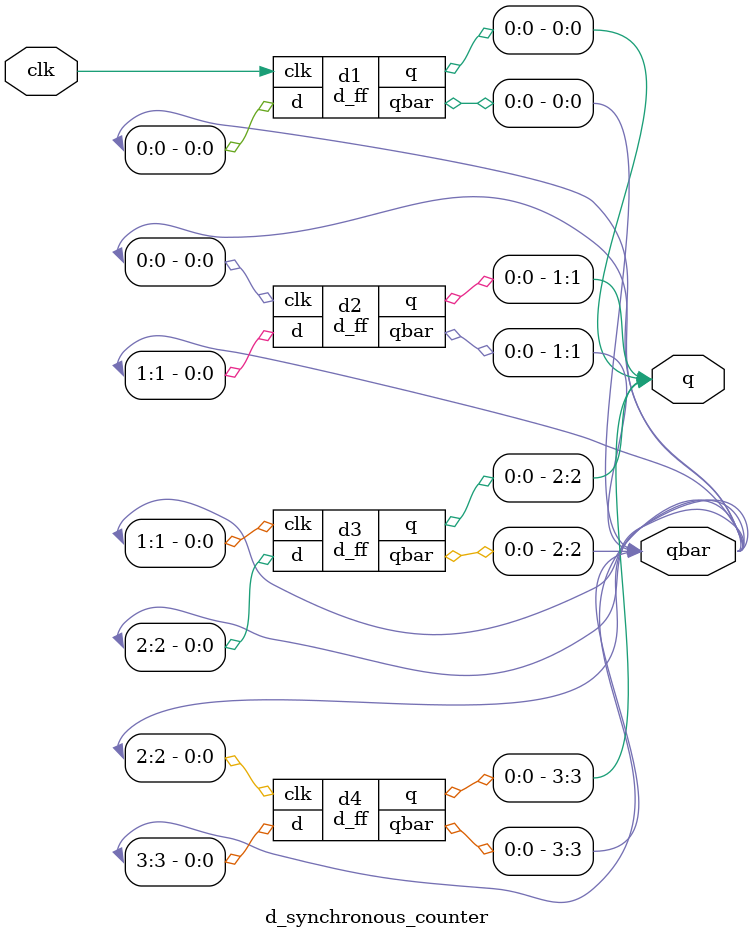
<source format=v>
module d_ff(clk,d,q,qbar);
  output reg q=0,qbar;
  input wire d,clk;
  always @(posedge clk) begin
    q<=d;
  end
  assign qbar=~q;
endmodule
module d_synchronous_counter(clk,q,qbar);
  input clk;
  output reg[3:0] q,qbar;
  d_ff d1(clk,qbar[0],q[0],qbar[0]);
  d_ff d2(qbar[0],qbar[1],q[1],qbar[1]);
  d_ff d3(qbar[1],qbar[2],q[2],qbar[2]);
  d_ff d4(qbar[2],qbar[3],q[3],qbar[3]);
endmodule

</source>
